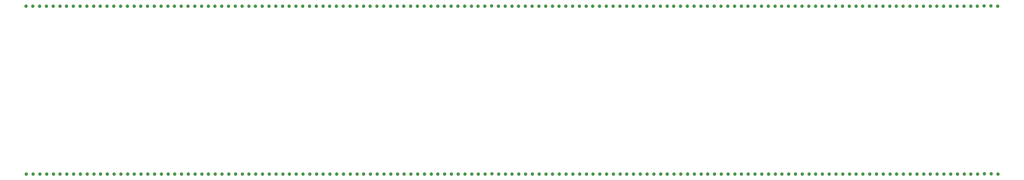
<source format=gbr>
%TF.GenerationSoftware,Altium Limited,Altium Designer,24.4.1 (13)*%
G04 Layer_Color=0*
%FSLAX45Y45*%
%MOMM*%
%TF.SameCoordinates,4FF739F8-A24E-4C84-90D3-729B67262028*%
%TF.FilePolarity,Positive*%
%TF.FileFunction,Plated,1,2,Blind,Drill*%
%TF.Part,Single*%
G01*
G75*
%TA.AperFunction,ViaDrill,NotFilled*%
%ADD56C,1.00000*%
D56*
X19469598Y7025000D02*
D03*
X18889911D02*
D03*
X19083141D02*
D03*
X19276369D02*
D03*
X18503453D02*
D03*
X18696683D02*
D03*
X20822202D02*
D03*
X20435744D02*
D03*
X20049284D02*
D03*
X19856056D02*
D03*
X20628972D02*
D03*
X20242514D02*
D03*
X10194607D02*
D03*
X10001378D02*
D03*
X9808149D02*
D03*
X9614920D02*
D03*
X9421691D02*
D03*
X9228462D02*
D03*
X8842004D02*
D03*
X8648775D02*
D03*
X8262317D02*
D03*
X8069088D02*
D03*
X8455546D02*
D03*
X9035233D02*
D03*
X7875859D02*
D03*
X7682630D02*
D03*
X7102943D02*
D03*
X6909714D02*
D03*
X6523256D02*
D03*
X7489401D02*
D03*
X6716485D02*
D03*
X6330027D02*
D03*
X7296172D02*
D03*
X12320126D02*
D03*
X11740439D02*
D03*
X11933668D02*
D03*
X12126897D02*
D03*
X11547210D02*
D03*
X11353981D02*
D03*
X11160752D02*
D03*
X10774294D02*
D03*
X10581065D02*
D03*
X10387836D02*
D03*
X10967523D02*
D03*
X18310223D02*
D03*
X18116995D02*
D03*
X17923766D02*
D03*
X17730537D02*
D03*
X17537308D02*
D03*
X17344080D02*
D03*
X17150850D02*
D03*
X15411789D02*
D03*
X16957620D02*
D03*
X16571162D02*
D03*
X16377934D02*
D03*
X16184705D02*
D03*
X15991476D02*
D03*
X15798247D02*
D03*
X15605019D02*
D03*
X16764392D02*
D03*
X15218559D02*
D03*
X15025331D02*
D03*
X14832101D02*
D03*
X14638873D02*
D03*
X14445644D02*
D03*
X14252415D02*
D03*
X14059187D02*
D03*
X13865958D02*
D03*
X13479500D02*
D03*
X13286272D02*
D03*
X13093042D02*
D03*
X12899812D02*
D03*
X12706584D02*
D03*
X12513355D02*
D03*
X13672729D02*
D03*
X26619070D02*
D03*
X26425842D02*
D03*
X26232611D02*
D03*
X25652924D02*
D03*
X25459695D02*
D03*
X25846155D02*
D03*
X26039383D02*
D03*
X25266467D02*
D03*
X33188855D02*
D03*
X32995627D02*
D03*
X32802396D02*
D03*
X32609167D02*
D03*
X32415939D02*
D03*
X32222711D02*
D03*
X31836252D02*
D03*
X31643024D02*
D03*
X31449792D02*
D03*
X31256564D02*
D03*
X31063336D02*
D03*
X32029480D02*
D03*
X30870108D02*
D03*
X23720634D02*
D03*
X22947719D02*
D03*
X23334177D02*
D03*
X22754491D02*
D03*
X23140948D02*
D03*
X23527406D02*
D03*
X23913864D02*
D03*
X25073238D02*
D03*
X24880009D02*
D03*
X24686780D02*
D03*
X24493552D02*
D03*
X24300322D02*
D03*
X24107092D02*
D03*
X22561261D02*
D03*
X22368031D02*
D03*
X22174805D02*
D03*
X21981575D02*
D03*
X21595117D02*
D03*
X21401888D02*
D03*
X21208659D02*
D03*
X21015430D02*
D03*
X21788345D02*
D03*
X28551361D02*
D03*
X28164902D02*
D03*
X27971674D02*
D03*
X27778445D02*
D03*
X27585214D02*
D03*
X27391986D02*
D03*
X26812299D02*
D03*
X27005527D02*
D03*
X27198758D02*
D03*
X28358130D02*
D03*
X28744589D02*
D03*
X30676877D02*
D03*
X30483649D02*
D03*
X30290421D02*
D03*
X30097192D02*
D03*
X29903964D02*
D03*
X29710733D02*
D03*
X29324277D02*
D03*
X29131046D02*
D03*
X29517505D02*
D03*
X28937817D02*
D03*
X33575314D02*
D03*
X33382083D02*
D03*
X33768542Y7030000D02*
D03*
X33961771Y7027500D02*
D03*
X34154999Y7025000D02*
D03*
X19662827Y7030000D02*
D03*
X19655299Y11837500D02*
D03*
X34147473Y11832500D02*
D03*
X33954242Y11835000D02*
D03*
X33761014Y11837500D02*
D03*
X33374557Y11832500D02*
D03*
X33567786D02*
D03*
X28930289D02*
D03*
X29509976D02*
D03*
X29123520D02*
D03*
X29316748D02*
D03*
X29703207D02*
D03*
X29896436D02*
D03*
X30089664D02*
D03*
X30282892D02*
D03*
X30476123D02*
D03*
X30669351D02*
D03*
X28737061D02*
D03*
X28350604D02*
D03*
X27191229D02*
D03*
X26998001D02*
D03*
X26804770D02*
D03*
X27384457D02*
D03*
X27577686D02*
D03*
X27770917D02*
D03*
X27964145D02*
D03*
X28157373D02*
D03*
X28543832D02*
D03*
X21780818D02*
D03*
X21007903D02*
D03*
X21201131D02*
D03*
X21394360D02*
D03*
X21587589D02*
D03*
X21974046D02*
D03*
X22167276D02*
D03*
X22360506D02*
D03*
X22553734D02*
D03*
X24099567D02*
D03*
X24292795D02*
D03*
X24486024D02*
D03*
X24679253D02*
D03*
X24872482D02*
D03*
X25065710D02*
D03*
X23906337D02*
D03*
X23519879D02*
D03*
X23133421D02*
D03*
X22746964D02*
D03*
X23326649D02*
D03*
X22940192D02*
D03*
X23713107D02*
D03*
X30862579D02*
D03*
X32021954D02*
D03*
X31055807D02*
D03*
X31249039D02*
D03*
X31442267D02*
D03*
X31635495D02*
D03*
X31828726D02*
D03*
X32215182D02*
D03*
X32408411D02*
D03*
X32601642D02*
D03*
X32794870D02*
D03*
X32988098D02*
D03*
X33181329D02*
D03*
X25258940D02*
D03*
X26031854D02*
D03*
X25838626D02*
D03*
X25452168D02*
D03*
X25645398D02*
D03*
X26225085D02*
D03*
X26418314D02*
D03*
X26611542D02*
D03*
X13665201D02*
D03*
X12505827D02*
D03*
X12699056D02*
D03*
X12892285D02*
D03*
X13085513D02*
D03*
X13278743D02*
D03*
X13471973D02*
D03*
X13858430D02*
D03*
X14051659D02*
D03*
X14244888D02*
D03*
X14438116D02*
D03*
X14631346D02*
D03*
X14824574D02*
D03*
X15017804D02*
D03*
X15211034D02*
D03*
X16756865D02*
D03*
X15597491D02*
D03*
X15790720D02*
D03*
X15983949D02*
D03*
X16177177D02*
D03*
X16370407D02*
D03*
X16563635D02*
D03*
X16950095D02*
D03*
X15404262D02*
D03*
X17143323D02*
D03*
X17336552D02*
D03*
X17529781D02*
D03*
X17723010D02*
D03*
X17916238D02*
D03*
X18109467D02*
D03*
X18302696D02*
D03*
X10959995D02*
D03*
X10380308D02*
D03*
X10573537D02*
D03*
X10766766D02*
D03*
X11153224D02*
D03*
X11346453D02*
D03*
X11539682D02*
D03*
X12119369D02*
D03*
X11926140D02*
D03*
X11732911D02*
D03*
X12312598D02*
D03*
X7288645D02*
D03*
X6322500D02*
D03*
X6708958D02*
D03*
X7481874D02*
D03*
X6515729D02*
D03*
X6902187D02*
D03*
X7095416D02*
D03*
X7675103D02*
D03*
X7868332D02*
D03*
X9027706D02*
D03*
X8448019D02*
D03*
X8061561D02*
D03*
X8254790D02*
D03*
X8641248D02*
D03*
X8834477D02*
D03*
X9220935D02*
D03*
X9414164D02*
D03*
X9607393D02*
D03*
X9800621D02*
D03*
X9993850D02*
D03*
X10187079D02*
D03*
X20234985D02*
D03*
X20621445D02*
D03*
X19848528D02*
D03*
X20041757D02*
D03*
X20428215D02*
D03*
X20814673D02*
D03*
X18689154D02*
D03*
X18495924D02*
D03*
X19268842D02*
D03*
X19075612D02*
D03*
X18882384D02*
D03*
X19462070D02*
D03*
%TF.MD5,86926c27b416d497d31c80754312ce24*%
M02*

</source>
